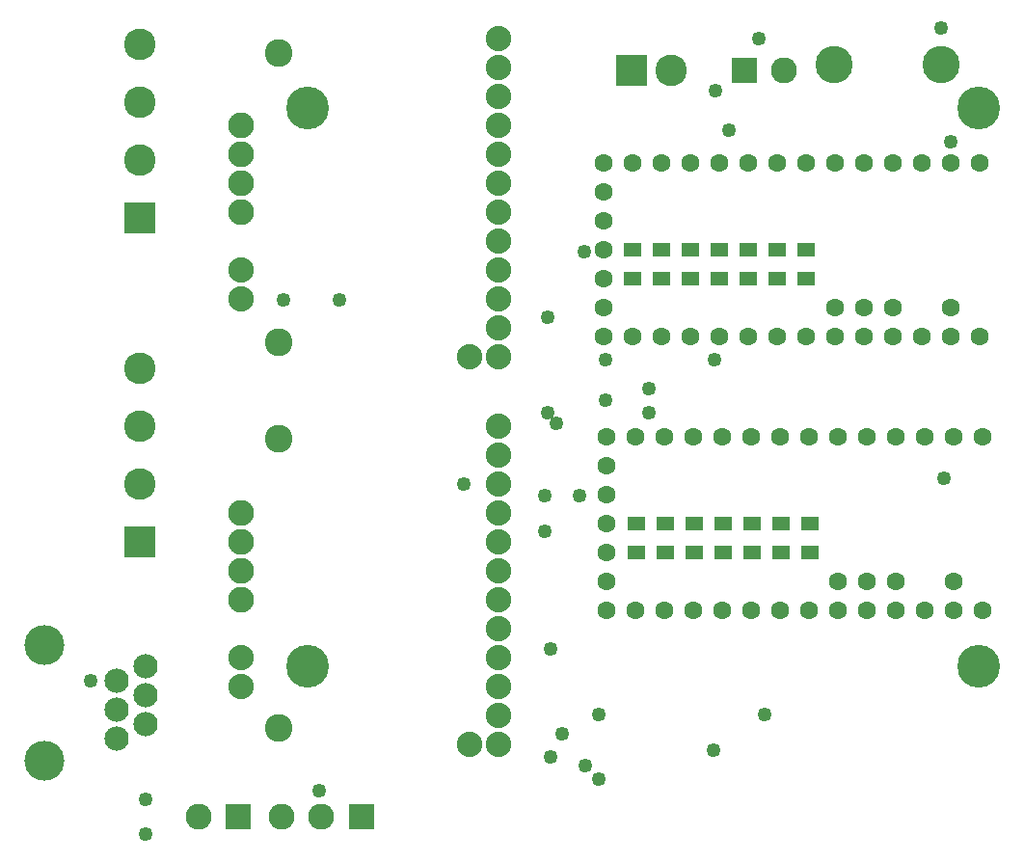
<source format=gbs>
G04 MADE WITH FRITZING*
G04 WWW.FRITZING.ORG*
G04 DOUBLE SIDED*
G04 HOLES PLATED*
G04 CONTOUR ON CENTER OF CONTOUR VECTOR*
%ASAXBY*%
%FSLAX23Y23*%
%MOIN*%
%OFA0B0*%
%SFA1.0B1.0*%
%ADD10C,0.089370*%
%ADD11C,0.109055*%
%ADD12C,0.049370*%
%ADD13C,0.147795*%
%ADD14C,0.063000*%
%ADD15C,0.090000*%
%ADD16C,0.128740*%
%ADD17C,0.092000*%
%ADD18C,0.088000*%
%ADD19C,0.095827*%
%ADD20C,0.084000*%
%ADD21C,0.138000*%
%ADD22R,0.109055X0.109055*%
%ADD23R,0.062264X0.049500*%
%ADD24R,0.090000X0.090000*%
%ADD25R,0.092000X0.092000*%
%LNMASK0*%
G90*
G70*
G54D10*
X834Y2490D03*
X834Y2390D03*
X834Y2290D03*
X834Y2190D03*
X834Y1150D03*
X834Y1050D03*
X834Y950D03*
X834Y850D03*
G54D11*
X484Y1050D03*
X484Y1250D03*
X484Y1450D03*
X484Y1650D03*
X484Y2170D03*
X484Y2370D03*
X484Y2570D03*
X484Y2770D03*
G54D12*
X2475Y2611D03*
X3263Y1270D03*
X1883Y1210D03*
X1883Y1089D03*
X1945Y389D03*
X1904Y680D03*
X2025Y279D03*
X1904Y309D03*
X2245Y1499D03*
X1924Y1460D03*
X2004Y1210D03*
X1895Y1499D03*
X2094Y1540D03*
X3255Y2829D03*
X1603Y1250D03*
G54D13*
X1064Y2550D03*
X3384Y2550D03*
X1064Y621D03*
X3384Y621D03*
G54D12*
X2624Y2790D03*
X1173Y1888D03*
X980Y1888D03*
X2521Y2475D03*
X3287Y2433D03*
X2470Y1680D03*
X2093Y1680D03*
X2245Y1580D03*
X1893Y1829D03*
X2020Y2054D03*
X2644Y454D03*
X2468Y330D03*
X2069Y454D03*
X2069Y230D03*
G54D14*
X2087Y1760D03*
X2187Y1760D03*
X2287Y1760D03*
X2387Y1760D03*
X2487Y1760D03*
X2587Y1760D03*
X2687Y1760D03*
X2787Y1760D03*
X2887Y1760D03*
X2987Y1760D03*
X3087Y1760D03*
X3187Y1760D03*
X3287Y1760D03*
X3387Y1760D03*
X3287Y1860D03*
X2087Y2360D03*
X2187Y2360D03*
X2287Y2360D03*
X2387Y2360D03*
X2487Y2360D03*
X2587Y2360D03*
X2687Y2360D03*
X2787Y2360D03*
X2887Y2360D03*
X2987Y2360D03*
X3087Y2360D03*
X3187Y2360D03*
X3287Y2360D03*
X3387Y2360D03*
X2987Y1860D03*
X3087Y1860D03*
X2887Y1860D03*
X2087Y2160D03*
X2087Y2260D03*
X2087Y2060D03*
X2087Y1860D03*
X2087Y1960D03*
X2098Y815D03*
X2198Y815D03*
X2298Y815D03*
X2398Y815D03*
X2498Y815D03*
X2598Y815D03*
X2698Y815D03*
X2798Y815D03*
X2898Y815D03*
X2998Y815D03*
X3098Y815D03*
X3198Y815D03*
X3298Y815D03*
X3398Y815D03*
X3298Y915D03*
X2098Y1415D03*
X2198Y1415D03*
X2298Y1415D03*
X2398Y1415D03*
X2498Y1415D03*
X2598Y1415D03*
X2698Y1415D03*
X2798Y1415D03*
X2898Y1415D03*
X2998Y1415D03*
X3098Y1415D03*
X3198Y1415D03*
X3298Y1415D03*
X3398Y1415D03*
X2998Y915D03*
X3098Y915D03*
X2898Y915D03*
X2098Y1215D03*
X2098Y1315D03*
X2098Y1115D03*
X2098Y915D03*
X2098Y1015D03*
G54D15*
X2574Y2680D03*
X2712Y2680D03*
G54D16*
X2884Y2700D03*
X3254Y2700D03*
G54D17*
X3254Y2700D03*
X2886Y2700D03*
G54D18*
X1724Y2790D03*
X1724Y2690D03*
X1724Y2590D03*
X1724Y2490D03*
X1724Y2390D03*
X1724Y2290D03*
X1724Y2190D03*
X1724Y2090D03*
X1724Y1990D03*
X1724Y1890D03*
X1724Y1790D03*
X1724Y1450D03*
X1724Y1350D03*
X1724Y1250D03*
X1724Y1150D03*
X1724Y1050D03*
X1724Y950D03*
X1724Y850D03*
X1724Y750D03*
X1724Y650D03*
X1724Y550D03*
X1724Y450D03*
X834Y1990D03*
X834Y1890D03*
X834Y650D03*
X834Y550D03*
X1724Y1690D03*
X1624Y1690D03*
X1724Y350D03*
X1624Y350D03*
G54D19*
X965Y1409D03*
X964Y2740D03*
X965Y409D03*
X964Y1740D03*
G54D11*
X2184Y2680D03*
X2322Y2680D03*
G54D20*
X504Y620D03*
X404Y570D03*
X504Y520D03*
X404Y470D03*
X504Y420D03*
X404Y370D03*
G54D21*
X154Y695D03*
X154Y295D03*
G54D15*
X1250Y100D03*
X1112Y100D03*
X974Y100D03*
X824Y100D03*
X686Y100D03*
G54D12*
X503Y160D03*
X503Y40D03*
X314Y570D03*
X1103Y190D03*
G54D22*
X484Y1050D03*
X484Y2170D03*
G54D23*
X2688Y1960D03*
X2688Y2060D03*
X2788Y1960D03*
X2788Y2060D03*
X2588Y1960D03*
X2488Y1960D03*
X2388Y1960D03*
X2288Y1960D03*
X2188Y1960D03*
X2188Y2060D03*
X2288Y2060D03*
X2388Y2060D03*
X2488Y2060D03*
X2588Y2060D03*
X2699Y1015D03*
X2699Y1115D03*
X2799Y1015D03*
X2799Y1115D03*
X2599Y1015D03*
X2499Y1015D03*
X2399Y1015D03*
X2299Y1015D03*
X2199Y1015D03*
X2199Y1115D03*
X2299Y1115D03*
X2399Y1115D03*
X2499Y1115D03*
X2599Y1115D03*
G54D24*
X2574Y2680D03*
G54D25*
X3255Y2700D03*
G54D22*
X2184Y2680D03*
G54D24*
X1250Y100D03*
X824Y100D03*
G04 End of Mask0*
M02*
</source>
